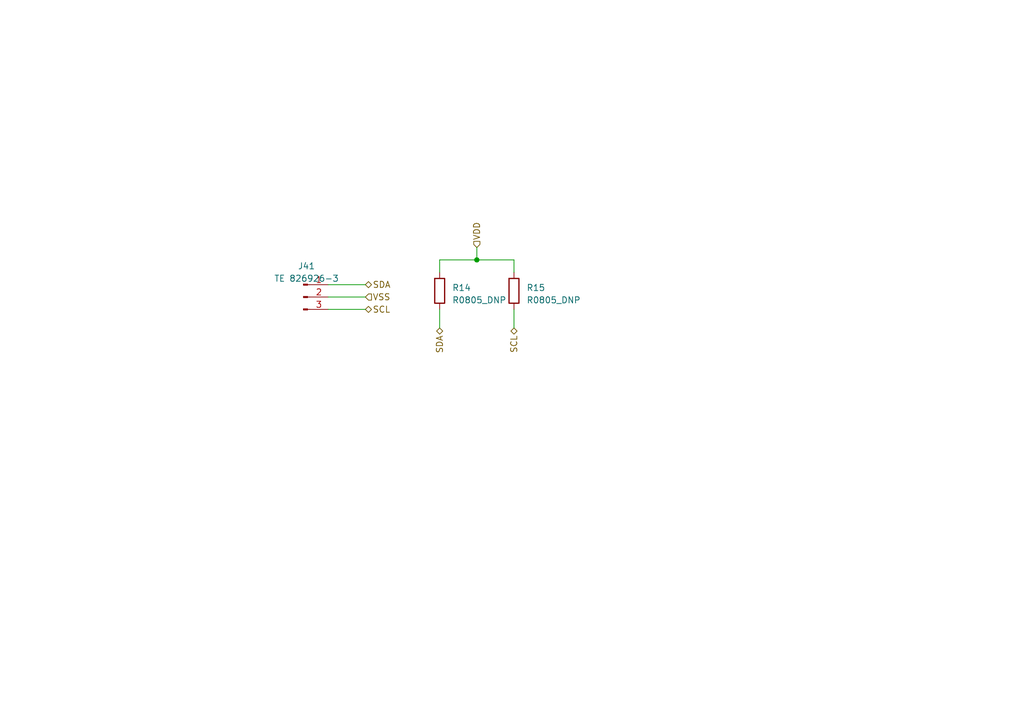
<source format=kicad_sch>
(kicad_sch (version 20230121) (generator eeschema)
  (paper "A5")
  (lib_symbols
    (symbol "cyborg65r2_connectors:TE 826926-3" (pin_names (offset 1.016) hide)
      (property "Reference" "J" (at 0 5.08 0))
      (property "Value" "TE 826926-3" (at 0 -5.08 0))
      (symbol "TE 826926-3_1_1"
        (polyline (pts (xy 1.27 -2.54) (xy 0.8636 -2.54)) (stroke (width 0.1524)))
        (polyline (pts (xy 1.27 0) (xy 0.8636 0)) (stroke (width 0.1524)))
        (polyline (pts (xy 1.27 2.54) (xy 0.8636 2.54)) (stroke (width 0.1524)))
        (rectangle (start 0.8636 -2.413) (end 0 -2.667) (stroke (width 0.1524)) (fill (type outline)))
        (rectangle (start 0.8636 0.127) (end 0 -0.127) (stroke (width 0.1524)) (fill (type outline)))
        (rectangle (start 0.8636 2.667) (end 0 2.413) (stroke (width 0.1524)) (fill (type outline)))
        (pin passive line (at 5.08 2.54 180) (length 3.81) (name "Pin_1") (number "1"))
        (pin passive line (at 5.08 0 180) (length 3.81) (name "Pin_2") (number "2"))
        (pin passive line (at 5.08 -2.54 180) (length 3.81) (name "Pin_3") (number "3"))
      )
    )
    (symbol "cyborg65r2_pcb_passives:R0805_DNP" (pin_numbers hide) (pin_names (offset 0))
      (property "Reference" "R" (at 2.032 0 90))
      (property "Value" "R0805_DNP" (at -2.54 0 90))
      (symbol "R0805_DNP_0_1"
        (rectangle (start -1.016 2.54) (end 1.016 -2.54) (stroke (width 0.254)))
      )
      (symbol "R0805_DNP_1_1"
        (pin passive line (at 0 3.81 270) (length 1.27) (name "~") (number "1"))
        (pin passive line (at 0 -3.81 90) (length 1.27) (name "~") (number "2"))
      )
    )
  )
  (junction (at 97.79 53.34))
  (wire (pts (xy 67.31 58.42) (xy 74.93 58.42)))
  (wire (pts (xy 67.31 63.5) (xy 74.93 63.5)))
  (wire (pts (xy 90.17 53.34) (xy 97.79 53.34)))
  (wire (pts (xy 105.41 53.34) (xy 105.41 55.88)))
  (wire (pts (xy 90.17 63.5) (xy 90.17 67.31)))
  (wire (pts (xy 67.31 60.96) (xy 74.93 60.96)))
  (wire (pts (xy 90.17 55.88) (xy 90.17 53.34)))
  (wire (pts (xy 105.41 63.5) (xy 105.41 67.31)))
  (wire (pts (xy 97.79 53.34) (xy 105.41 53.34)))
  (wire (pts (xy 97.79 50.8) (xy 97.79 53.34)))
  (hierarchical_label "SCL" (shape bidirectional) (at 74.93 63.5 0))
  (hierarchical_label "SDA" (shape bidirectional) (at 74.93 58.42 0))
  (hierarchical_label "VDD" (shape input) (at 97.79 50.8 90))
  (hierarchical_label "VSS" (shape input) (at 74.93 60.96 0))
  (hierarchical_label "SCL" (shape bidirectional) (at 105.41 67.31 270))
  (hierarchical_label "SDA" (shape bidirectional) (at 90.17 67.31 270))
  (symbol (lib_id "cyborg65r2_pcb_passives:R0805_DNP") (at 105.41 59.69 0) (unit 1)
    (property "Reference" "R15" (at 107.95 59.055 0) (effects (justify left)))
    (property "Value" "R0805_DNP" (at 107.95 61.595 0) (effects (justify left)))
    (property "Footprint" "Resistor_SMD:R_0805_2012Metric" (effects hide))
  )
  (symbol (lib_id "cyborg65r2_pcb_passives:R0805_DNP") (at 90.17 59.69 0) (unit 1)
    (property "Reference" "R14" (at 92.71 59.055 0) (effects (justify left)))
    (property "Value" "R0805_DNP" (at 92.71 61.595 0) (effects (justify left)))
    (property "Footprint" "Resistor_SMD:R_0805_2012Metric" (effects hide))
  )
  (symbol (lib_id "cyborg65r2_connectors:TE 826926-3") (at 62.23 60.96 0) (unit 1)
    (property "Reference" "J41" (at 62.865 54.61 0))
    (property "Value" "TE 826926-3" (at 62.865 57.15 0))
    (property "Footprint" "Connector_PinHeader_2.54mm:PinHeader_1x03_P2.54mm_Vertical" (effects hide))
    (property "Datasheet" "https://www.te.com/usa-en/product-826926-3.html" (effects hide))
  )
)
</source>
